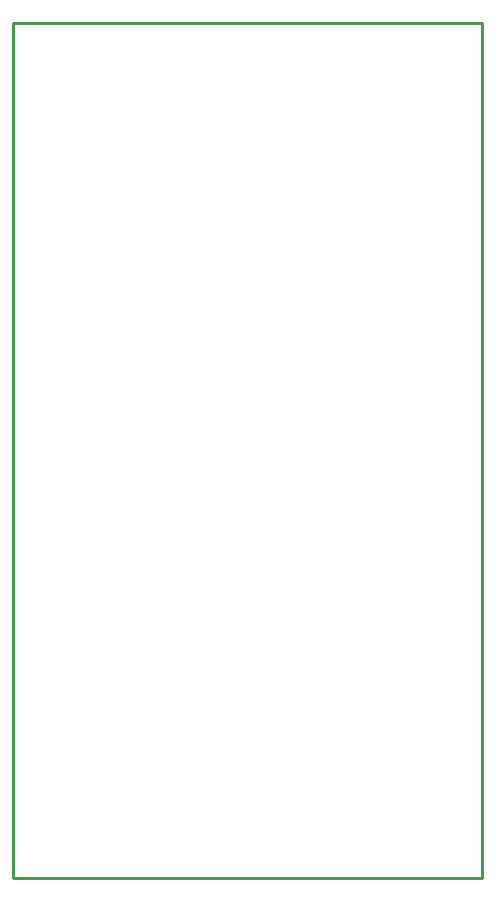
<source format=gko>
G04 EAGLE Gerber RS-274X export*
G75*
%MOMM*%
%FSLAX34Y34*%
%LPD*%
%INOutline*%
%IPPOS*%
%AMOC8*
5,1,8,0,0,1.08239X$1,22.5*%
G01*
%ADD10C,0.000000*%
%ADD11C,0.254000*%


D10*
X0Y0D02*
X396750Y0D01*
X396750Y723800D01*
X0Y723800D01*
X0Y0D01*
D11*
X0Y0D02*
X396750Y0D01*
X396750Y723800D01*
X0Y723800D01*
X0Y0D01*
M02*

</source>
